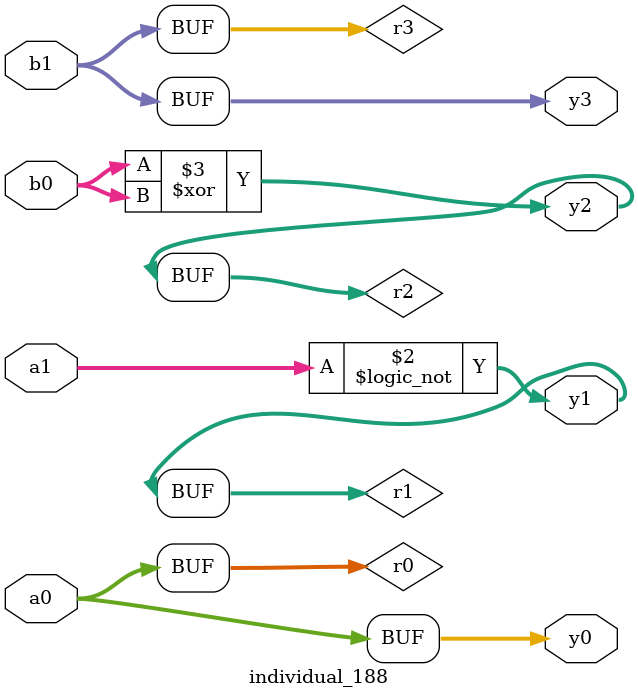
<source format=sv>
module individual_188(input logic [15:0] a1, input logic [15:0] a0, input logic [15:0] b1, input logic [15:0] b0, output logic [15:0] y3, output logic [15:0] y2, output logic [15:0] y1, output logic [15:0] y0);
logic [15:0] r0, r1, r2, r3; 
 always@(*) begin 
	 r0 = a0; r1 = a1; r2 = b0; r3 = b1; 
 	 r1 = ! r1 ;
 	 r2  ^=  r2 ;
 	 y3 = r3; y2 = r2; y1 = r1; y0 = r0; 
end
endmodule
</source>
